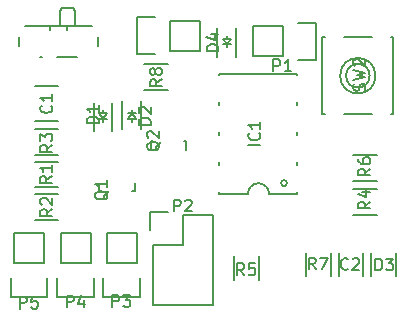
<source format=gto>
G04 #@! TF.FileFunction,Legend,Top*
%FSLAX46Y46*%
G04 Gerber Fmt 4.6, Leading zero omitted, Abs format (unit mm)*
G04 Created by KiCad (PCBNEW (2015-11-17 BZR 6321)-product) date Tue 19 Jan 2016 02:12:06 PM EST*
%MOMM*%
G01*
G04 APERTURE LIST*
%ADD10C,0.100000*%
%ADD11C,0.150000*%
G04 APERTURE END LIST*
D10*
D11*
X168050180Y-104149660D02*
X168050180Y-103448620D01*
X168050180Y-103448620D02*
X168299100Y-103448620D01*
X170849160Y-103448620D02*
X171049820Y-103448620D01*
X171049820Y-103448620D02*
X171049820Y-104149660D01*
X158250000Y-101725000D02*
X160250000Y-101725000D01*
X160250000Y-98775000D02*
X158250000Y-98775000D01*
X186039214Y-114867358D02*
X186039214Y-112867358D01*
X183989214Y-112867358D02*
X183989214Y-114867358D01*
X164025000Y-101050000D02*
X164025000Y-100800000D01*
X164025000Y-101550000D02*
X164025000Y-101800000D01*
X164025000Y-101550000D02*
X163675000Y-101050000D01*
X163675000Y-101050000D02*
X164375000Y-101050000D01*
X164375000Y-101050000D02*
X164025000Y-101550000D01*
X163675000Y-101550000D02*
X164375000Y-101550000D01*
X164825000Y-102600000D02*
X164825000Y-100200000D01*
X163225000Y-102600000D02*
X163225000Y-100200000D01*
X166475000Y-101550000D02*
X166475000Y-101800000D01*
X166475000Y-101050000D02*
X166475000Y-100800000D01*
X166475000Y-101050000D02*
X166825000Y-101550000D01*
X166825000Y-101550000D02*
X166125000Y-101550000D01*
X166125000Y-101550000D02*
X166475000Y-101050000D01*
X166825000Y-101050000D02*
X166125000Y-101050000D01*
X165675000Y-100000000D02*
X165675000Y-102400000D01*
X167275000Y-100000000D02*
X167275000Y-102400000D01*
X188839214Y-112867358D02*
X188839214Y-114867358D01*
X186689214Y-114867358D02*
X186689214Y-112867358D01*
X174500000Y-94750000D02*
X174500000Y-94500000D01*
X174500000Y-95250000D02*
X174500000Y-95500000D01*
X174500000Y-95250000D02*
X174150000Y-94750000D01*
X174150000Y-94750000D02*
X174850000Y-94750000D01*
X174850000Y-94750000D02*
X174500000Y-95250000D01*
X174150000Y-95250000D02*
X174850000Y-95250000D01*
X175300000Y-96300000D02*
X175300000Y-93900000D01*
X173700000Y-96300000D02*
X173700000Y-93900000D01*
X178079000Y-107890000D02*
X180492000Y-107890000D01*
X176301000Y-107890000D02*
X173888000Y-107890000D01*
X178079000Y-107890000D02*
G75*
G03X177190000Y-107001000I-889000J0D01*
G01*
X177190000Y-107001000D02*
G75*
G03X176301000Y-107890000I0J-889000D01*
G01*
X179603000Y-107001000D02*
G75*
G03X179603000Y-107001000I-254000J0D01*
G01*
X180492000Y-97730000D02*
X180492000Y-97857000D01*
X180492000Y-100397000D02*
X180492000Y-100143000D01*
X180492000Y-102937000D02*
X180492000Y-102683000D01*
X180492000Y-105477000D02*
X180492000Y-105223000D01*
X180492000Y-107890000D02*
X180492000Y-107763000D01*
X173888000Y-107890000D02*
X173888000Y-107763000D01*
X173888000Y-97730000D02*
X173888000Y-97857000D01*
X173888000Y-100397000D02*
X173888000Y-100143000D01*
X173888000Y-102937000D02*
X173888000Y-102683000D01*
X173888000Y-105477000D02*
X173888000Y-105223000D01*
X180492000Y-97730000D02*
X173888000Y-97730000D01*
X179230000Y-96270000D02*
X176690000Y-96270000D01*
X182050000Y-96550000D02*
X180500000Y-96550000D01*
X179230000Y-96270000D02*
X179230000Y-93730000D01*
X180500000Y-93450000D02*
X182050000Y-93450000D01*
X182050000Y-93450000D02*
X182050000Y-96550000D01*
X179230000Y-93730000D02*
X176690000Y-93730000D01*
X176690000Y-93730000D02*
X176690000Y-96270000D01*
X168290000Y-112270000D02*
X168290000Y-117350000D01*
X168010000Y-109450000D02*
X169560000Y-109450000D01*
X170830000Y-109730000D02*
X170830000Y-112270000D01*
X170830000Y-112270000D02*
X168290000Y-112270000D01*
X168290000Y-117350000D02*
X173370000Y-117350000D01*
X173370000Y-117350000D02*
X173370000Y-112270000D01*
X168010000Y-109450000D02*
X168010000Y-111000000D01*
X173370000Y-109730000D02*
X170830000Y-109730000D01*
X173370000Y-112270000D02*
X173370000Y-109730000D01*
X164330000Y-113788273D02*
X164330000Y-111248273D01*
X164050000Y-116608273D02*
X164050000Y-115058273D01*
X164330000Y-113788273D02*
X166870000Y-113788273D01*
X167150000Y-115058273D02*
X167150000Y-116608273D01*
X167150000Y-116608273D02*
X164050000Y-116608273D01*
X166870000Y-113788273D02*
X166870000Y-111248273D01*
X166870000Y-111248273D02*
X164330000Y-111248273D01*
X160430000Y-113788273D02*
X160430000Y-111248273D01*
X160150000Y-116608273D02*
X160150000Y-115058273D01*
X160430000Y-113788273D02*
X162970000Y-113788273D01*
X163250000Y-115058273D02*
X163250000Y-116608273D01*
X163250000Y-116608273D02*
X160150000Y-116608273D01*
X162970000Y-113788273D02*
X162970000Y-111248273D01*
X162970000Y-111248273D02*
X160430000Y-111248273D01*
X156480000Y-113788273D02*
X156480000Y-111248273D01*
X156200000Y-116608273D02*
X156200000Y-115058273D01*
X156480000Y-113788273D02*
X159020000Y-113788273D01*
X159300000Y-115058273D02*
X159300000Y-116608273D01*
X159300000Y-116608273D02*
X156200000Y-116608273D01*
X159020000Y-113788273D02*
X159020000Y-111248273D01*
X159020000Y-111248273D02*
X156480000Y-111248273D01*
X166724820Y-106974200D02*
X166724820Y-107675240D01*
X166724820Y-107675240D02*
X166475900Y-107675240D01*
X163925840Y-107675240D02*
X163725180Y-107675240D01*
X163725180Y-107675240D02*
X163725180Y-106974200D01*
X158250000Y-105175000D02*
X160250000Y-105175000D01*
X160250000Y-107325000D02*
X158250000Y-107325000D01*
X158250000Y-107925000D02*
X160250000Y-107925000D01*
X160250000Y-110075000D02*
X158250000Y-110075000D01*
X158250000Y-102425000D02*
X160250000Y-102425000D01*
X160250000Y-104575000D02*
X158250000Y-104575000D01*
X185200000Y-107525000D02*
X187200000Y-107525000D01*
X187200000Y-109675000D02*
X185200000Y-109675000D01*
X175125000Y-115200000D02*
X175125000Y-113200000D01*
X177275000Y-113200000D02*
X177275000Y-115200000D01*
X185200000Y-104625000D02*
X187200000Y-104625000D01*
X187200000Y-106775000D02*
X185200000Y-106775000D01*
X183339214Y-112867358D02*
X183339214Y-114867358D01*
X181189214Y-114867358D02*
X181189214Y-112867358D01*
X169500000Y-99075000D02*
X167500000Y-99075000D01*
X167500000Y-96925000D02*
X169500000Y-96925000D01*
X159500000Y-94000000D02*
X159500000Y-93700000D01*
X161000000Y-94000000D02*
X161000000Y-93700000D01*
X158850000Y-96300000D02*
X158650000Y-96300000D01*
X161650000Y-92400000D02*
X161450000Y-92200000D01*
X160350000Y-92400000D02*
X160550000Y-92200000D01*
X161650000Y-93700000D02*
X161650000Y-92400000D01*
X161450000Y-92200000D02*
X160550000Y-92200000D01*
X160350000Y-92400000D02*
X160350000Y-93700000D01*
X163100000Y-93700000D02*
X157400000Y-93700000D01*
X161850000Y-96300000D02*
X160150000Y-96300000D01*
X163600000Y-95400000D02*
X163600000Y-94600000D01*
X156900000Y-94600000D02*
X156900000Y-95400000D01*
X188600000Y-101150000D02*
X188400000Y-101150000D01*
X182600000Y-101150000D02*
X182800000Y-101150000D01*
X182600000Y-94650000D02*
X182800000Y-94650000D01*
X188600000Y-94650000D02*
X188400000Y-94650000D01*
X186800000Y-94650000D02*
X184400000Y-94650000D01*
X186800000Y-101150000D02*
X184400000Y-101150000D01*
X188600000Y-101150000D02*
X188600000Y-94650000D01*
X182600000Y-94650000D02*
X182600000Y-101150000D01*
X186600000Y-97900000D02*
G75*
G03X186600000Y-97900000I-1000000J0D01*
G01*
X187100000Y-97900000D02*
G75*
G03X187100000Y-97900000I-1500000J0D01*
G01*
X169730000Y-93230000D02*
X172270000Y-93230000D01*
X166910000Y-92950000D02*
X168460000Y-92950000D01*
X169730000Y-93230000D02*
X169730000Y-95770000D01*
X168460000Y-96050000D02*
X166910000Y-96050000D01*
X166910000Y-96050000D02*
X166910000Y-92950000D01*
X169730000Y-95770000D02*
X172270000Y-95770000D01*
X172270000Y-95770000D02*
X172270000Y-93230000D01*
X168857619Y-103495238D02*
X168810000Y-103590476D01*
X168714762Y-103685714D01*
X168571905Y-103828571D01*
X168524286Y-103923810D01*
X168524286Y-104019048D01*
X168762381Y-103971429D02*
X168714762Y-104066667D01*
X168619524Y-104161905D01*
X168429048Y-104209524D01*
X168095714Y-104209524D01*
X167905238Y-104161905D01*
X167810000Y-104066667D01*
X167762381Y-103971429D01*
X167762381Y-103780952D01*
X167810000Y-103685714D01*
X167905238Y-103590476D01*
X168095714Y-103542857D01*
X168429048Y-103542857D01*
X168619524Y-103590476D01*
X168714762Y-103685714D01*
X168762381Y-103780952D01*
X168762381Y-103971429D01*
X167857619Y-103161905D02*
X167810000Y-103114286D01*
X167762381Y-103019048D01*
X167762381Y-102780952D01*
X167810000Y-102685714D01*
X167857619Y-102638095D01*
X167952857Y-102590476D01*
X168048095Y-102590476D01*
X168190952Y-102638095D01*
X168762381Y-103209524D01*
X168762381Y-102590476D01*
X159637143Y-100426666D02*
X159684762Y-100474285D01*
X159732381Y-100617142D01*
X159732381Y-100712380D01*
X159684762Y-100855238D01*
X159589524Y-100950476D01*
X159494286Y-100998095D01*
X159303810Y-101045714D01*
X159160952Y-101045714D01*
X158970476Y-100998095D01*
X158875238Y-100950476D01*
X158780000Y-100855238D01*
X158732381Y-100712380D01*
X158732381Y-100617142D01*
X158780000Y-100474285D01*
X158827619Y-100426666D01*
X159732381Y-99474285D02*
X159732381Y-100045714D01*
X159732381Y-99760000D02*
X158732381Y-99760000D01*
X158875238Y-99855238D01*
X158970476Y-99950476D01*
X159018095Y-100045714D01*
X184773334Y-114247143D02*
X184725715Y-114294762D01*
X184582858Y-114342381D01*
X184487620Y-114342381D01*
X184344762Y-114294762D01*
X184249524Y-114199524D01*
X184201905Y-114104286D01*
X184154286Y-113913810D01*
X184154286Y-113770952D01*
X184201905Y-113580476D01*
X184249524Y-113485238D01*
X184344762Y-113390000D01*
X184487620Y-113342381D01*
X184582858Y-113342381D01*
X184725715Y-113390000D01*
X184773334Y-113437619D01*
X185154286Y-113437619D02*
X185201905Y-113390000D01*
X185297143Y-113342381D01*
X185535239Y-113342381D01*
X185630477Y-113390000D01*
X185678096Y-113437619D01*
X185725715Y-113532857D01*
X185725715Y-113628095D01*
X185678096Y-113770952D01*
X185106667Y-114342381D01*
X185725715Y-114342381D01*
X163652381Y-101938095D02*
X162652381Y-101938095D01*
X162652381Y-101700000D01*
X162700000Y-101557142D01*
X162795238Y-101461904D01*
X162890476Y-101414285D01*
X163080952Y-101366666D01*
X163223810Y-101366666D01*
X163414286Y-101414285D01*
X163509524Y-101461904D01*
X163604762Y-101557142D01*
X163652381Y-101700000D01*
X163652381Y-101938095D01*
X163652381Y-100414285D02*
X163652381Y-100985714D01*
X163652381Y-100700000D02*
X162652381Y-100700000D01*
X162795238Y-100795238D01*
X162890476Y-100890476D01*
X162938095Y-100985714D01*
X168052381Y-102038095D02*
X167052381Y-102038095D01*
X167052381Y-101800000D01*
X167100000Y-101657142D01*
X167195238Y-101561904D01*
X167290476Y-101514285D01*
X167480952Y-101466666D01*
X167623810Y-101466666D01*
X167814286Y-101514285D01*
X167909524Y-101561904D01*
X168004762Y-101657142D01*
X168052381Y-101800000D01*
X168052381Y-102038095D01*
X167147619Y-101085714D02*
X167100000Y-101038095D01*
X167052381Y-100942857D01*
X167052381Y-100704761D01*
X167100000Y-100609523D01*
X167147619Y-100561904D01*
X167242857Y-100514285D01*
X167338095Y-100514285D01*
X167480952Y-100561904D01*
X168052381Y-101133333D01*
X168052381Y-100514285D01*
X187081905Y-114382381D02*
X187081905Y-113382381D01*
X187320000Y-113382381D01*
X187462858Y-113430000D01*
X187558096Y-113525238D01*
X187605715Y-113620476D01*
X187653334Y-113810952D01*
X187653334Y-113953810D01*
X187605715Y-114144286D01*
X187558096Y-114239524D01*
X187462858Y-114334762D01*
X187320000Y-114382381D01*
X187081905Y-114382381D01*
X187986667Y-113382381D02*
X188605715Y-113382381D01*
X188272381Y-113763333D01*
X188415239Y-113763333D01*
X188510477Y-113810952D01*
X188558096Y-113858571D01*
X188605715Y-113953810D01*
X188605715Y-114191905D01*
X188558096Y-114287143D01*
X188510477Y-114334762D01*
X188415239Y-114382381D01*
X188129524Y-114382381D01*
X188034286Y-114334762D01*
X187986667Y-114287143D01*
X173802381Y-95818095D02*
X172802381Y-95818095D01*
X172802381Y-95580000D01*
X172850000Y-95437142D01*
X172945238Y-95341904D01*
X173040476Y-95294285D01*
X173230952Y-95246666D01*
X173373810Y-95246666D01*
X173564286Y-95294285D01*
X173659524Y-95341904D01*
X173754762Y-95437142D01*
X173802381Y-95580000D01*
X173802381Y-95818095D01*
X173135714Y-94389523D02*
X173802381Y-94389523D01*
X172754762Y-94627619D02*
X173469048Y-94865714D01*
X173469048Y-94246666D01*
X177342381Y-103796190D02*
X176342381Y-103796190D01*
X177247143Y-102748571D02*
X177294762Y-102796190D01*
X177342381Y-102939047D01*
X177342381Y-103034285D01*
X177294762Y-103177143D01*
X177199524Y-103272381D01*
X177104286Y-103320000D01*
X176913810Y-103367619D01*
X176770952Y-103367619D01*
X176580476Y-103320000D01*
X176485238Y-103272381D01*
X176390000Y-103177143D01*
X176342381Y-103034285D01*
X176342381Y-102939047D01*
X176390000Y-102796190D01*
X176437619Y-102748571D01*
X177342381Y-101796190D02*
X177342381Y-102367619D01*
X177342381Y-102081905D02*
X176342381Y-102081905D01*
X176485238Y-102177143D01*
X176580476Y-102272381D01*
X176628095Y-102367619D01*
X178451905Y-97522381D02*
X178451905Y-96522381D01*
X178832858Y-96522381D01*
X178928096Y-96570000D01*
X178975715Y-96617619D01*
X179023334Y-96712857D01*
X179023334Y-96855714D01*
X178975715Y-96950952D01*
X178928096Y-96998571D01*
X178832858Y-97046190D01*
X178451905Y-97046190D01*
X179975715Y-97522381D02*
X179404286Y-97522381D01*
X179690000Y-97522381D02*
X179690000Y-96522381D01*
X179594762Y-96665238D01*
X179499524Y-96760476D01*
X179404286Y-96808095D01*
X170041905Y-109382381D02*
X170041905Y-108382381D01*
X170422858Y-108382381D01*
X170518096Y-108430000D01*
X170565715Y-108477619D01*
X170613334Y-108572857D01*
X170613334Y-108715714D01*
X170565715Y-108810952D01*
X170518096Y-108858571D01*
X170422858Y-108906190D01*
X170041905Y-108906190D01*
X170994286Y-108477619D02*
X171041905Y-108430000D01*
X171137143Y-108382381D01*
X171375239Y-108382381D01*
X171470477Y-108430000D01*
X171518096Y-108477619D01*
X171565715Y-108572857D01*
X171565715Y-108668095D01*
X171518096Y-108810952D01*
X170946667Y-109382381D01*
X171565715Y-109382381D01*
X164821905Y-117482381D02*
X164821905Y-116482381D01*
X165202858Y-116482381D01*
X165298096Y-116530000D01*
X165345715Y-116577619D01*
X165393334Y-116672857D01*
X165393334Y-116815714D01*
X165345715Y-116910952D01*
X165298096Y-116958571D01*
X165202858Y-117006190D01*
X164821905Y-117006190D01*
X165726667Y-116482381D02*
X166345715Y-116482381D01*
X166012381Y-116863333D01*
X166155239Y-116863333D01*
X166250477Y-116910952D01*
X166298096Y-116958571D01*
X166345715Y-117053810D01*
X166345715Y-117291905D01*
X166298096Y-117387143D01*
X166250477Y-117434762D01*
X166155239Y-117482381D01*
X165869524Y-117482381D01*
X165774286Y-117434762D01*
X165726667Y-117387143D01*
X160971905Y-117522381D02*
X160971905Y-116522381D01*
X161352858Y-116522381D01*
X161448096Y-116570000D01*
X161495715Y-116617619D01*
X161543334Y-116712857D01*
X161543334Y-116855714D01*
X161495715Y-116950952D01*
X161448096Y-116998571D01*
X161352858Y-117046190D01*
X160971905Y-117046190D01*
X162400477Y-116855714D02*
X162400477Y-117522381D01*
X162162381Y-116474762D02*
X161924286Y-117189048D01*
X162543334Y-117189048D01*
X156991905Y-117612381D02*
X156991905Y-116612381D01*
X157372858Y-116612381D01*
X157468096Y-116660000D01*
X157515715Y-116707619D01*
X157563334Y-116802857D01*
X157563334Y-116945714D01*
X157515715Y-117040952D01*
X157468096Y-117088571D01*
X157372858Y-117136190D01*
X156991905Y-117136190D01*
X158468096Y-116612381D02*
X157991905Y-116612381D01*
X157944286Y-117088571D01*
X157991905Y-117040952D01*
X158087143Y-116993333D01*
X158325239Y-116993333D01*
X158420477Y-117040952D01*
X158468096Y-117088571D01*
X158515715Y-117183810D01*
X158515715Y-117421905D01*
X158468096Y-117517143D01*
X158420477Y-117564762D01*
X158325239Y-117612381D01*
X158087143Y-117612381D01*
X157991905Y-117564762D01*
X157944286Y-117517143D01*
X164477619Y-107655238D02*
X164430000Y-107750476D01*
X164334762Y-107845714D01*
X164191905Y-107988571D01*
X164144286Y-108083810D01*
X164144286Y-108179048D01*
X164382381Y-108131429D02*
X164334762Y-108226667D01*
X164239524Y-108321905D01*
X164049048Y-108369524D01*
X163715714Y-108369524D01*
X163525238Y-108321905D01*
X163430000Y-108226667D01*
X163382381Y-108131429D01*
X163382381Y-107940952D01*
X163430000Y-107845714D01*
X163525238Y-107750476D01*
X163715714Y-107702857D01*
X164049048Y-107702857D01*
X164239524Y-107750476D01*
X164334762Y-107845714D01*
X164382381Y-107940952D01*
X164382381Y-108131429D01*
X164382381Y-106750476D02*
X164382381Y-107321905D01*
X164382381Y-107036191D02*
X163382381Y-107036191D01*
X163525238Y-107131429D01*
X163620476Y-107226667D01*
X163668095Y-107321905D01*
X159692381Y-106396666D02*
X159216190Y-106730000D01*
X159692381Y-106968095D02*
X158692381Y-106968095D01*
X158692381Y-106587142D01*
X158740000Y-106491904D01*
X158787619Y-106444285D01*
X158882857Y-106396666D01*
X159025714Y-106396666D01*
X159120952Y-106444285D01*
X159168571Y-106491904D01*
X159216190Y-106587142D01*
X159216190Y-106968095D01*
X159692381Y-105444285D02*
X159692381Y-106015714D01*
X159692381Y-105730000D02*
X158692381Y-105730000D01*
X158835238Y-105825238D01*
X158930476Y-105920476D01*
X158978095Y-106015714D01*
X159732381Y-109186666D02*
X159256190Y-109520000D01*
X159732381Y-109758095D02*
X158732381Y-109758095D01*
X158732381Y-109377142D01*
X158780000Y-109281904D01*
X158827619Y-109234285D01*
X158922857Y-109186666D01*
X159065714Y-109186666D01*
X159160952Y-109234285D01*
X159208571Y-109281904D01*
X159256190Y-109377142D01*
X159256190Y-109758095D01*
X158827619Y-108805714D02*
X158780000Y-108758095D01*
X158732381Y-108662857D01*
X158732381Y-108424761D01*
X158780000Y-108329523D01*
X158827619Y-108281904D01*
X158922857Y-108234285D01*
X159018095Y-108234285D01*
X159160952Y-108281904D01*
X159732381Y-108853333D01*
X159732381Y-108234285D01*
X159732381Y-103746666D02*
X159256190Y-104080000D01*
X159732381Y-104318095D02*
X158732381Y-104318095D01*
X158732381Y-103937142D01*
X158780000Y-103841904D01*
X158827619Y-103794285D01*
X158922857Y-103746666D01*
X159065714Y-103746666D01*
X159160952Y-103794285D01*
X159208571Y-103841904D01*
X159256190Y-103937142D01*
X159256190Y-104318095D01*
X158732381Y-103413333D02*
X158732381Y-102794285D01*
X159113333Y-103127619D01*
X159113333Y-102984761D01*
X159160952Y-102889523D01*
X159208571Y-102841904D01*
X159303810Y-102794285D01*
X159541905Y-102794285D01*
X159637143Y-102841904D01*
X159684762Y-102889523D01*
X159732381Y-102984761D01*
X159732381Y-103270476D01*
X159684762Y-103365714D01*
X159637143Y-103413333D01*
X186652381Y-108566666D02*
X186176190Y-108900000D01*
X186652381Y-109138095D02*
X185652381Y-109138095D01*
X185652381Y-108757142D01*
X185700000Y-108661904D01*
X185747619Y-108614285D01*
X185842857Y-108566666D01*
X185985714Y-108566666D01*
X186080952Y-108614285D01*
X186128571Y-108661904D01*
X186176190Y-108757142D01*
X186176190Y-109138095D01*
X185985714Y-107709523D02*
X186652381Y-107709523D01*
X185604762Y-107947619D02*
X186319048Y-108185714D01*
X186319048Y-107566666D01*
X175973334Y-114782381D02*
X175640000Y-114306190D01*
X175401905Y-114782381D02*
X175401905Y-113782381D01*
X175782858Y-113782381D01*
X175878096Y-113830000D01*
X175925715Y-113877619D01*
X175973334Y-113972857D01*
X175973334Y-114115714D01*
X175925715Y-114210952D01*
X175878096Y-114258571D01*
X175782858Y-114306190D01*
X175401905Y-114306190D01*
X176878096Y-113782381D02*
X176401905Y-113782381D01*
X176354286Y-114258571D01*
X176401905Y-114210952D01*
X176497143Y-114163333D01*
X176735239Y-114163333D01*
X176830477Y-114210952D01*
X176878096Y-114258571D01*
X176925715Y-114353810D01*
X176925715Y-114591905D01*
X176878096Y-114687143D01*
X176830477Y-114734762D01*
X176735239Y-114782381D01*
X176497143Y-114782381D01*
X176401905Y-114734762D01*
X176354286Y-114687143D01*
X186652381Y-105766666D02*
X186176190Y-106100000D01*
X186652381Y-106338095D02*
X185652381Y-106338095D01*
X185652381Y-105957142D01*
X185700000Y-105861904D01*
X185747619Y-105814285D01*
X185842857Y-105766666D01*
X185985714Y-105766666D01*
X186080952Y-105814285D01*
X186128571Y-105861904D01*
X186176190Y-105957142D01*
X186176190Y-106338095D01*
X185652381Y-104909523D02*
X185652381Y-105100000D01*
X185700000Y-105195238D01*
X185747619Y-105242857D01*
X185890476Y-105338095D01*
X186080952Y-105385714D01*
X186461905Y-105385714D01*
X186557143Y-105338095D01*
X186604762Y-105290476D01*
X186652381Y-105195238D01*
X186652381Y-105004761D01*
X186604762Y-104909523D01*
X186557143Y-104861904D01*
X186461905Y-104814285D01*
X186223810Y-104814285D01*
X186128571Y-104861904D01*
X186080952Y-104909523D01*
X186033333Y-105004761D01*
X186033333Y-105195238D01*
X186080952Y-105290476D01*
X186128571Y-105338095D01*
X186223810Y-105385714D01*
X182033334Y-114292381D02*
X181700000Y-113816190D01*
X181461905Y-114292381D02*
X181461905Y-113292381D01*
X181842858Y-113292381D01*
X181938096Y-113340000D01*
X181985715Y-113387619D01*
X182033334Y-113482857D01*
X182033334Y-113625714D01*
X181985715Y-113720952D01*
X181938096Y-113768571D01*
X181842858Y-113816190D01*
X181461905Y-113816190D01*
X182366667Y-113292381D02*
X183033334Y-113292381D01*
X182604762Y-114292381D01*
X169022381Y-98216666D02*
X168546190Y-98550000D01*
X169022381Y-98788095D02*
X168022381Y-98788095D01*
X168022381Y-98407142D01*
X168070000Y-98311904D01*
X168117619Y-98264285D01*
X168212857Y-98216666D01*
X168355714Y-98216666D01*
X168450952Y-98264285D01*
X168498571Y-98311904D01*
X168546190Y-98407142D01*
X168546190Y-98788095D01*
X168450952Y-97645238D02*
X168403333Y-97740476D01*
X168355714Y-97788095D01*
X168260476Y-97835714D01*
X168212857Y-97835714D01*
X168117619Y-97788095D01*
X168070000Y-97740476D01*
X168022381Y-97645238D01*
X168022381Y-97454761D01*
X168070000Y-97359523D01*
X168117619Y-97311904D01*
X168212857Y-97264285D01*
X168260476Y-97264285D01*
X168355714Y-97311904D01*
X168403333Y-97359523D01*
X168450952Y-97454761D01*
X168450952Y-97645238D01*
X168498571Y-97740476D01*
X168546190Y-97788095D01*
X168641429Y-97835714D01*
X168831905Y-97835714D01*
X168927143Y-97788095D01*
X168974762Y-97740476D01*
X169022381Y-97645238D01*
X169022381Y-97454761D01*
X168974762Y-97359523D01*
X168927143Y-97311904D01*
X168831905Y-97264285D01*
X168641429Y-97264285D01*
X168546190Y-97311904D01*
X168498571Y-97359523D01*
X168450952Y-97454761D01*
X186184762Y-99163333D02*
X186232381Y-99020476D01*
X186232381Y-98782380D01*
X186184762Y-98687142D01*
X186137143Y-98639523D01*
X186041905Y-98591904D01*
X185946667Y-98591904D01*
X185851429Y-98639523D01*
X185803810Y-98687142D01*
X185756190Y-98782380D01*
X185708571Y-98972857D01*
X185660952Y-99068095D01*
X185613333Y-99115714D01*
X185518095Y-99163333D01*
X185422857Y-99163333D01*
X185327619Y-99115714D01*
X185280000Y-99068095D01*
X185232381Y-98972857D01*
X185232381Y-98734761D01*
X185280000Y-98591904D01*
X185232381Y-98258571D02*
X186232381Y-98020476D01*
X185518095Y-97829999D01*
X186232381Y-97639523D01*
X185232381Y-97401428D01*
X185327619Y-97068095D02*
X185280000Y-97020476D01*
X185232381Y-96925238D01*
X185232381Y-96687142D01*
X185280000Y-96591904D01*
X185327619Y-96544285D01*
X185422857Y-96496666D01*
X185518095Y-96496666D01*
X185660952Y-96544285D01*
X186232381Y-97115714D01*
X186232381Y-96496666D01*
M02*

</source>
